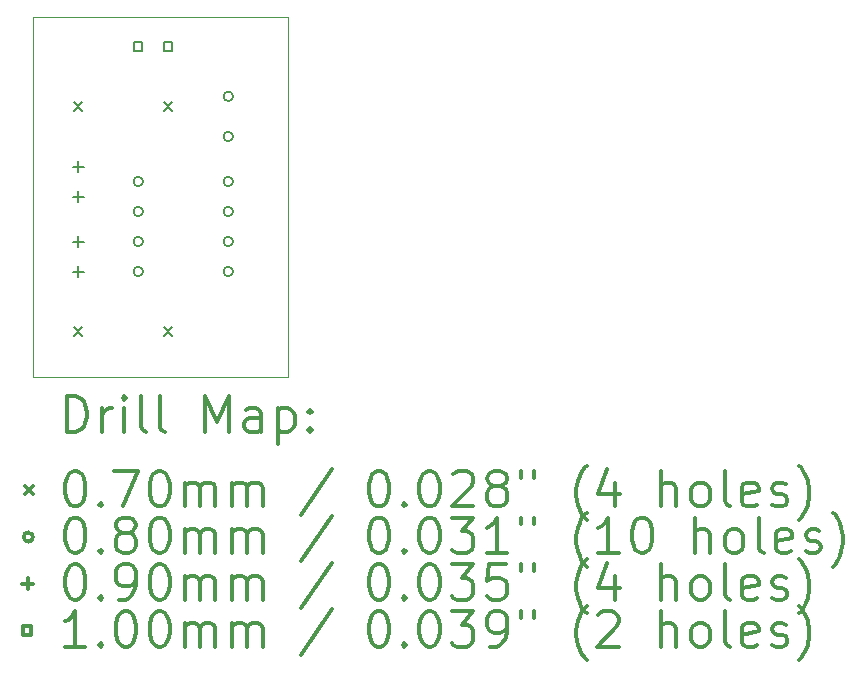
<source format=gbr>
%FSLAX45Y45*%
G04 Gerber Fmt 4.5, Leading zero omitted, Abs format (unit mm)*
G04 Created by KiCad (PCBNEW (5.1.9)-1) date 2021-03-23 22:35:51*
%MOMM*%
%LPD*%
G01*
G04 APERTURE LIST*
%TA.AperFunction,Profile*%
%ADD10C,0.050000*%
%TD*%
%ADD11C,0.200000*%
%ADD12C,0.300000*%
G04 APERTURE END LIST*
D10*
X13335000Y-5588000D02*
X11176000Y-5588000D01*
X13335000Y-8636000D02*
X13335000Y-5588000D01*
X11176000Y-8636000D02*
X13335000Y-8636000D01*
X11176000Y-5588000D02*
X11176000Y-8636000D01*
D11*
X11522000Y-6315000D02*
X11592000Y-6385000D01*
X11592000Y-6315000D02*
X11522000Y-6385000D01*
X11522000Y-8220000D02*
X11592000Y-8290000D01*
X11592000Y-8220000D02*
X11522000Y-8290000D01*
X12284000Y-6315000D02*
X12354000Y-6385000D01*
X12354000Y-6315000D02*
X12284000Y-6385000D01*
X12284000Y-8220000D02*
X12354000Y-8290000D01*
X12354000Y-8220000D02*
X12284000Y-8290000D01*
X12105000Y-6985000D02*
G75*
G03*
X12105000Y-6985000I-40000J0D01*
G01*
X12105000Y-7239000D02*
G75*
G03*
X12105000Y-7239000I-40000J0D01*
G01*
X12105000Y-7493000D02*
G75*
G03*
X12105000Y-7493000I-40000J0D01*
G01*
X12105000Y-7747000D02*
G75*
G03*
X12105000Y-7747000I-40000J0D01*
G01*
X12867000Y-6264000D02*
G75*
G03*
X12867000Y-6264000I-40000J0D01*
G01*
X12867000Y-6604000D02*
G75*
G03*
X12867000Y-6604000I-40000J0D01*
G01*
X12867000Y-6985000D02*
G75*
G03*
X12867000Y-6985000I-40000J0D01*
G01*
X12867000Y-7239000D02*
G75*
G03*
X12867000Y-7239000I-40000J0D01*
G01*
X12867000Y-7493000D02*
G75*
G03*
X12867000Y-7493000I-40000J0D01*
G01*
X12867000Y-7747000D02*
G75*
G03*
X12867000Y-7747000I-40000J0D01*
G01*
X11557000Y-6813000D02*
X11557000Y-6903000D01*
X11512000Y-6858000D02*
X11602000Y-6858000D01*
X11557000Y-7067000D02*
X11557000Y-7157000D01*
X11512000Y-7112000D02*
X11602000Y-7112000D01*
X11557000Y-7448000D02*
X11557000Y-7538000D01*
X11512000Y-7493000D02*
X11602000Y-7493000D01*
X11557000Y-7702000D02*
X11557000Y-7792000D01*
X11512000Y-7747000D02*
X11602000Y-7747000D01*
X12100356Y-5877356D02*
X12100356Y-5806644D01*
X12029644Y-5806644D01*
X12029644Y-5877356D01*
X12100356Y-5877356D01*
X12354356Y-5877356D02*
X12354356Y-5806644D01*
X12283644Y-5806644D01*
X12283644Y-5877356D01*
X12354356Y-5877356D01*
D12*
X11459928Y-9104214D02*
X11459928Y-8804214D01*
X11531357Y-8804214D01*
X11574214Y-8818500D01*
X11602786Y-8847072D01*
X11617071Y-8875643D01*
X11631357Y-8932786D01*
X11631357Y-8975643D01*
X11617071Y-9032786D01*
X11602786Y-9061357D01*
X11574214Y-9089929D01*
X11531357Y-9104214D01*
X11459928Y-9104214D01*
X11759928Y-9104214D02*
X11759928Y-8904214D01*
X11759928Y-8961357D02*
X11774214Y-8932786D01*
X11788500Y-8918500D01*
X11817071Y-8904214D01*
X11845643Y-8904214D01*
X11945643Y-9104214D02*
X11945643Y-8904214D01*
X11945643Y-8804214D02*
X11931357Y-8818500D01*
X11945643Y-8832786D01*
X11959928Y-8818500D01*
X11945643Y-8804214D01*
X11945643Y-8832786D01*
X12131357Y-9104214D02*
X12102786Y-9089929D01*
X12088500Y-9061357D01*
X12088500Y-8804214D01*
X12288500Y-9104214D02*
X12259928Y-9089929D01*
X12245643Y-9061357D01*
X12245643Y-8804214D01*
X12631357Y-9104214D02*
X12631357Y-8804214D01*
X12731357Y-9018500D01*
X12831357Y-8804214D01*
X12831357Y-9104214D01*
X13102786Y-9104214D02*
X13102786Y-8947072D01*
X13088500Y-8918500D01*
X13059928Y-8904214D01*
X13002786Y-8904214D01*
X12974214Y-8918500D01*
X13102786Y-9089929D02*
X13074214Y-9104214D01*
X13002786Y-9104214D01*
X12974214Y-9089929D01*
X12959928Y-9061357D01*
X12959928Y-9032786D01*
X12974214Y-9004214D01*
X13002786Y-8989929D01*
X13074214Y-8989929D01*
X13102786Y-8975643D01*
X13245643Y-8904214D02*
X13245643Y-9204214D01*
X13245643Y-8918500D02*
X13274214Y-8904214D01*
X13331357Y-8904214D01*
X13359928Y-8918500D01*
X13374214Y-8932786D01*
X13388500Y-8961357D01*
X13388500Y-9047072D01*
X13374214Y-9075643D01*
X13359928Y-9089929D01*
X13331357Y-9104214D01*
X13274214Y-9104214D01*
X13245643Y-9089929D01*
X13517071Y-9075643D02*
X13531357Y-9089929D01*
X13517071Y-9104214D01*
X13502786Y-9089929D01*
X13517071Y-9075643D01*
X13517071Y-9104214D01*
X13517071Y-8918500D02*
X13531357Y-8932786D01*
X13517071Y-8947072D01*
X13502786Y-8932786D01*
X13517071Y-8918500D01*
X13517071Y-8947072D01*
X11103500Y-9563500D02*
X11173500Y-9633500D01*
X11173500Y-9563500D02*
X11103500Y-9633500D01*
X11517071Y-9434214D02*
X11545643Y-9434214D01*
X11574214Y-9448500D01*
X11588500Y-9462786D01*
X11602786Y-9491357D01*
X11617071Y-9548500D01*
X11617071Y-9619929D01*
X11602786Y-9677072D01*
X11588500Y-9705643D01*
X11574214Y-9719929D01*
X11545643Y-9734214D01*
X11517071Y-9734214D01*
X11488500Y-9719929D01*
X11474214Y-9705643D01*
X11459928Y-9677072D01*
X11445643Y-9619929D01*
X11445643Y-9548500D01*
X11459928Y-9491357D01*
X11474214Y-9462786D01*
X11488500Y-9448500D01*
X11517071Y-9434214D01*
X11745643Y-9705643D02*
X11759928Y-9719929D01*
X11745643Y-9734214D01*
X11731357Y-9719929D01*
X11745643Y-9705643D01*
X11745643Y-9734214D01*
X11859928Y-9434214D02*
X12059928Y-9434214D01*
X11931357Y-9734214D01*
X12231357Y-9434214D02*
X12259928Y-9434214D01*
X12288500Y-9448500D01*
X12302786Y-9462786D01*
X12317071Y-9491357D01*
X12331357Y-9548500D01*
X12331357Y-9619929D01*
X12317071Y-9677072D01*
X12302786Y-9705643D01*
X12288500Y-9719929D01*
X12259928Y-9734214D01*
X12231357Y-9734214D01*
X12202786Y-9719929D01*
X12188500Y-9705643D01*
X12174214Y-9677072D01*
X12159928Y-9619929D01*
X12159928Y-9548500D01*
X12174214Y-9491357D01*
X12188500Y-9462786D01*
X12202786Y-9448500D01*
X12231357Y-9434214D01*
X12459928Y-9734214D02*
X12459928Y-9534214D01*
X12459928Y-9562786D02*
X12474214Y-9548500D01*
X12502786Y-9534214D01*
X12545643Y-9534214D01*
X12574214Y-9548500D01*
X12588500Y-9577072D01*
X12588500Y-9734214D01*
X12588500Y-9577072D02*
X12602786Y-9548500D01*
X12631357Y-9534214D01*
X12674214Y-9534214D01*
X12702786Y-9548500D01*
X12717071Y-9577072D01*
X12717071Y-9734214D01*
X12859928Y-9734214D02*
X12859928Y-9534214D01*
X12859928Y-9562786D02*
X12874214Y-9548500D01*
X12902786Y-9534214D01*
X12945643Y-9534214D01*
X12974214Y-9548500D01*
X12988500Y-9577072D01*
X12988500Y-9734214D01*
X12988500Y-9577072D02*
X13002786Y-9548500D01*
X13031357Y-9534214D01*
X13074214Y-9534214D01*
X13102786Y-9548500D01*
X13117071Y-9577072D01*
X13117071Y-9734214D01*
X13702786Y-9419929D02*
X13445643Y-9805643D01*
X14088500Y-9434214D02*
X14117071Y-9434214D01*
X14145643Y-9448500D01*
X14159928Y-9462786D01*
X14174214Y-9491357D01*
X14188500Y-9548500D01*
X14188500Y-9619929D01*
X14174214Y-9677072D01*
X14159928Y-9705643D01*
X14145643Y-9719929D01*
X14117071Y-9734214D01*
X14088500Y-9734214D01*
X14059928Y-9719929D01*
X14045643Y-9705643D01*
X14031357Y-9677072D01*
X14017071Y-9619929D01*
X14017071Y-9548500D01*
X14031357Y-9491357D01*
X14045643Y-9462786D01*
X14059928Y-9448500D01*
X14088500Y-9434214D01*
X14317071Y-9705643D02*
X14331357Y-9719929D01*
X14317071Y-9734214D01*
X14302786Y-9719929D01*
X14317071Y-9705643D01*
X14317071Y-9734214D01*
X14517071Y-9434214D02*
X14545643Y-9434214D01*
X14574214Y-9448500D01*
X14588500Y-9462786D01*
X14602786Y-9491357D01*
X14617071Y-9548500D01*
X14617071Y-9619929D01*
X14602786Y-9677072D01*
X14588500Y-9705643D01*
X14574214Y-9719929D01*
X14545643Y-9734214D01*
X14517071Y-9734214D01*
X14488500Y-9719929D01*
X14474214Y-9705643D01*
X14459928Y-9677072D01*
X14445643Y-9619929D01*
X14445643Y-9548500D01*
X14459928Y-9491357D01*
X14474214Y-9462786D01*
X14488500Y-9448500D01*
X14517071Y-9434214D01*
X14731357Y-9462786D02*
X14745643Y-9448500D01*
X14774214Y-9434214D01*
X14845643Y-9434214D01*
X14874214Y-9448500D01*
X14888500Y-9462786D01*
X14902786Y-9491357D01*
X14902786Y-9519929D01*
X14888500Y-9562786D01*
X14717071Y-9734214D01*
X14902786Y-9734214D01*
X15074214Y-9562786D02*
X15045643Y-9548500D01*
X15031357Y-9534214D01*
X15017071Y-9505643D01*
X15017071Y-9491357D01*
X15031357Y-9462786D01*
X15045643Y-9448500D01*
X15074214Y-9434214D01*
X15131357Y-9434214D01*
X15159928Y-9448500D01*
X15174214Y-9462786D01*
X15188500Y-9491357D01*
X15188500Y-9505643D01*
X15174214Y-9534214D01*
X15159928Y-9548500D01*
X15131357Y-9562786D01*
X15074214Y-9562786D01*
X15045643Y-9577072D01*
X15031357Y-9591357D01*
X15017071Y-9619929D01*
X15017071Y-9677072D01*
X15031357Y-9705643D01*
X15045643Y-9719929D01*
X15074214Y-9734214D01*
X15131357Y-9734214D01*
X15159928Y-9719929D01*
X15174214Y-9705643D01*
X15188500Y-9677072D01*
X15188500Y-9619929D01*
X15174214Y-9591357D01*
X15159928Y-9577072D01*
X15131357Y-9562786D01*
X15302786Y-9434214D02*
X15302786Y-9491357D01*
X15417071Y-9434214D02*
X15417071Y-9491357D01*
X15859928Y-9848500D02*
X15845643Y-9834214D01*
X15817071Y-9791357D01*
X15802786Y-9762786D01*
X15788500Y-9719929D01*
X15774214Y-9648500D01*
X15774214Y-9591357D01*
X15788500Y-9519929D01*
X15802786Y-9477072D01*
X15817071Y-9448500D01*
X15845643Y-9405643D01*
X15859928Y-9391357D01*
X16102786Y-9534214D02*
X16102786Y-9734214D01*
X16031357Y-9419929D02*
X15959928Y-9634214D01*
X16145643Y-9634214D01*
X16488500Y-9734214D02*
X16488500Y-9434214D01*
X16617071Y-9734214D02*
X16617071Y-9577072D01*
X16602786Y-9548500D01*
X16574214Y-9534214D01*
X16531357Y-9534214D01*
X16502786Y-9548500D01*
X16488500Y-9562786D01*
X16802786Y-9734214D02*
X16774214Y-9719929D01*
X16759928Y-9705643D01*
X16745643Y-9677072D01*
X16745643Y-9591357D01*
X16759928Y-9562786D01*
X16774214Y-9548500D01*
X16802786Y-9534214D01*
X16845643Y-9534214D01*
X16874214Y-9548500D01*
X16888500Y-9562786D01*
X16902786Y-9591357D01*
X16902786Y-9677072D01*
X16888500Y-9705643D01*
X16874214Y-9719929D01*
X16845643Y-9734214D01*
X16802786Y-9734214D01*
X17074214Y-9734214D02*
X17045643Y-9719929D01*
X17031357Y-9691357D01*
X17031357Y-9434214D01*
X17302786Y-9719929D02*
X17274214Y-9734214D01*
X17217071Y-9734214D01*
X17188500Y-9719929D01*
X17174214Y-9691357D01*
X17174214Y-9577072D01*
X17188500Y-9548500D01*
X17217071Y-9534214D01*
X17274214Y-9534214D01*
X17302786Y-9548500D01*
X17317071Y-9577072D01*
X17317071Y-9605643D01*
X17174214Y-9634214D01*
X17431357Y-9719929D02*
X17459928Y-9734214D01*
X17517071Y-9734214D01*
X17545643Y-9719929D01*
X17559928Y-9691357D01*
X17559928Y-9677072D01*
X17545643Y-9648500D01*
X17517071Y-9634214D01*
X17474214Y-9634214D01*
X17445643Y-9619929D01*
X17431357Y-9591357D01*
X17431357Y-9577072D01*
X17445643Y-9548500D01*
X17474214Y-9534214D01*
X17517071Y-9534214D01*
X17545643Y-9548500D01*
X17659928Y-9848500D02*
X17674214Y-9834214D01*
X17702786Y-9791357D01*
X17717071Y-9762786D01*
X17731357Y-9719929D01*
X17745643Y-9648500D01*
X17745643Y-9591357D01*
X17731357Y-9519929D01*
X17717071Y-9477072D01*
X17702786Y-9448500D01*
X17674214Y-9405643D01*
X17659928Y-9391357D01*
X11173500Y-9994500D02*
G75*
G03*
X11173500Y-9994500I-40000J0D01*
G01*
X11517071Y-9830214D02*
X11545643Y-9830214D01*
X11574214Y-9844500D01*
X11588500Y-9858786D01*
X11602786Y-9887357D01*
X11617071Y-9944500D01*
X11617071Y-10015929D01*
X11602786Y-10073072D01*
X11588500Y-10101643D01*
X11574214Y-10115929D01*
X11545643Y-10130214D01*
X11517071Y-10130214D01*
X11488500Y-10115929D01*
X11474214Y-10101643D01*
X11459928Y-10073072D01*
X11445643Y-10015929D01*
X11445643Y-9944500D01*
X11459928Y-9887357D01*
X11474214Y-9858786D01*
X11488500Y-9844500D01*
X11517071Y-9830214D01*
X11745643Y-10101643D02*
X11759928Y-10115929D01*
X11745643Y-10130214D01*
X11731357Y-10115929D01*
X11745643Y-10101643D01*
X11745643Y-10130214D01*
X11931357Y-9958786D02*
X11902786Y-9944500D01*
X11888500Y-9930214D01*
X11874214Y-9901643D01*
X11874214Y-9887357D01*
X11888500Y-9858786D01*
X11902786Y-9844500D01*
X11931357Y-9830214D01*
X11988500Y-9830214D01*
X12017071Y-9844500D01*
X12031357Y-9858786D01*
X12045643Y-9887357D01*
X12045643Y-9901643D01*
X12031357Y-9930214D01*
X12017071Y-9944500D01*
X11988500Y-9958786D01*
X11931357Y-9958786D01*
X11902786Y-9973072D01*
X11888500Y-9987357D01*
X11874214Y-10015929D01*
X11874214Y-10073072D01*
X11888500Y-10101643D01*
X11902786Y-10115929D01*
X11931357Y-10130214D01*
X11988500Y-10130214D01*
X12017071Y-10115929D01*
X12031357Y-10101643D01*
X12045643Y-10073072D01*
X12045643Y-10015929D01*
X12031357Y-9987357D01*
X12017071Y-9973072D01*
X11988500Y-9958786D01*
X12231357Y-9830214D02*
X12259928Y-9830214D01*
X12288500Y-9844500D01*
X12302786Y-9858786D01*
X12317071Y-9887357D01*
X12331357Y-9944500D01*
X12331357Y-10015929D01*
X12317071Y-10073072D01*
X12302786Y-10101643D01*
X12288500Y-10115929D01*
X12259928Y-10130214D01*
X12231357Y-10130214D01*
X12202786Y-10115929D01*
X12188500Y-10101643D01*
X12174214Y-10073072D01*
X12159928Y-10015929D01*
X12159928Y-9944500D01*
X12174214Y-9887357D01*
X12188500Y-9858786D01*
X12202786Y-9844500D01*
X12231357Y-9830214D01*
X12459928Y-10130214D02*
X12459928Y-9930214D01*
X12459928Y-9958786D02*
X12474214Y-9944500D01*
X12502786Y-9930214D01*
X12545643Y-9930214D01*
X12574214Y-9944500D01*
X12588500Y-9973072D01*
X12588500Y-10130214D01*
X12588500Y-9973072D02*
X12602786Y-9944500D01*
X12631357Y-9930214D01*
X12674214Y-9930214D01*
X12702786Y-9944500D01*
X12717071Y-9973072D01*
X12717071Y-10130214D01*
X12859928Y-10130214D02*
X12859928Y-9930214D01*
X12859928Y-9958786D02*
X12874214Y-9944500D01*
X12902786Y-9930214D01*
X12945643Y-9930214D01*
X12974214Y-9944500D01*
X12988500Y-9973072D01*
X12988500Y-10130214D01*
X12988500Y-9973072D02*
X13002786Y-9944500D01*
X13031357Y-9930214D01*
X13074214Y-9930214D01*
X13102786Y-9944500D01*
X13117071Y-9973072D01*
X13117071Y-10130214D01*
X13702786Y-9815929D02*
X13445643Y-10201643D01*
X14088500Y-9830214D02*
X14117071Y-9830214D01*
X14145643Y-9844500D01*
X14159928Y-9858786D01*
X14174214Y-9887357D01*
X14188500Y-9944500D01*
X14188500Y-10015929D01*
X14174214Y-10073072D01*
X14159928Y-10101643D01*
X14145643Y-10115929D01*
X14117071Y-10130214D01*
X14088500Y-10130214D01*
X14059928Y-10115929D01*
X14045643Y-10101643D01*
X14031357Y-10073072D01*
X14017071Y-10015929D01*
X14017071Y-9944500D01*
X14031357Y-9887357D01*
X14045643Y-9858786D01*
X14059928Y-9844500D01*
X14088500Y-9830214D01*
X14317071Y-10101643D02*
X14331357Y-10115929D01*
X14317071Y-10130214D01*
X14302786Y-10115929D01*
X14317071Y-10101643D01*
X14317071Y-10130214D01*
X14517071Y-9830214D02*
X14545643Y-9830214D01*
X14574214Y-9844500D01*
X14588500Y-9858786D01*
X14602786Y-9887357D01*
X14617071Y-9944500D01*
X14617071Y-10015929D01*
X14602786Y-10073072D01*
X14588500Y-10101643D01*
X14574214Y-10115929D01*
X14545643Y-10130214D01*
X14517071Y-10130214D01*
X14488500Y-10115929D01*
X14474214Y-10101643D01*
X14459928Y-10073072D01*
X14445643Y-10015929D01*
X14445643Y-9944500D01*
X14459928Y-9887357D01*
X14474214Y-9858786D01*
X14488500Y-9844500D01*
X14517071Y-9830214D01*
X14717071Y-9830214D02*
X14902786Y-9830214D01*
X14802786Y-9944500D01*
X14845643Y-9944500D01*
X14874214Y-9958786D01*
X14888500Y-9973072D01*
X14902786Y-10001643D01*
X14902786Y-10073072D01*
X14888500Y-10101643D01*
X14874214Y-10115929D01*
X14845643Y-10130214D01*
X14759928Y-10130214D01*
X14731357Y-10115929D01*
X14717071Y-10101643D01*
X15188500Y-10130214D02*
X15017071Y-10130214D01*
X15102786Y-10130214D02*
X15102786Y-9830214D01*
X15074214Y-9873072D01*
X15045643Y-9901643D01*
X15017071Y-9915929D01*
X15302786Y-9830214D02*
X15302786Y-9887357D01*
X15417071Y-9830214D02*
X15417071Y-9887357D01*
X15859928Y-10244500D02*
X15845643Y-10230214D01*
X15817071Y-10187357D01*
X15802786Y-10158786D01*
X15788500Y-10115929D01*
X15774214Y-10044500D01*
X15774214Y-9987357D01*
X15788500Y-9915929D01*
X15802786Y-9873072D01*
X15817071Y-9844500D01*
X15845643Y-9801643D01*
X15859928Y-9787357D01*
X16131357Y-10130214D02*
X15959928Y-10130214D01*
X16045643Y-10130214D02*
X16045643Y-9830214D01*
X16017071Y-9873072D01*
X15988500Y-9901643D01*
X15959928Y-9915929D01*
X16317071Y-9830214D02*
X16345643Y-9830214D01*
X16374214Y-9844500D01*
X16388500Y-9858786D01*
X16402786Y-9887357D01*
X16417071Y-9944500D01*
X16417071Y-10015929D01*
X16402786Y-10073072D01*
X16388500Y-10101643D01*
X16374214Y-10115929D01*
X16345643Y-10130214D01*
X16317071Y-10130214D01*
X16288500Y-10115929D01*
X16274214Y-10101643D01*
X16259928Y-10073072D01*
X16245643Y-10015929D01*
X16245643Y-9944500D01*
X16259928Y-9887357D01*
X16274214Y-9858786D01*
X16288500Y-9844500D01*
X16317071Y-9830214D01*
X16774214Y-10130214D02*
X16774214Y-9830214D01*
X16902786Y-10130214D02*
X16902786Y-9973072D01*
X16888500Y-9944500D01*
X16859928Y-9930214D01*
X16817071Y-9930214D01*
X16788500Y-9944500D01*
X16774214Y-9958786D01*
X17088500Y-10130214D02*
X17059928Y-10115929D01*
X17045643Y-10101643D01*
X17031357Y-10073072D01*
X17031357Y-9987357D01*
X17045643Y-9958786D01*
X17059928Y-9944500D01*
X17088500Y-9930214D01*
X17131357Y-9930214D01*
X17159928Y-9944500D01*
X17174214Y-9958786D01*
X17188500Y-9987357D01*
X17188500Y-10073072D01*
X17174214Y-10101643D01*
X17159928Y-10115929D01*
X17131357Y-10130214D01*
X17088500Y-10130214D01*
X17359928Y-10130214D02*
X17331357Y-10115929D01*
X17317071Y-10087357D01*
X17317071Y-9830214D01*
X17588500Y-10115929D02*
X17559928Y-10130214D01*
X17502786Y-10130214D01*
X17474214Y-10115929D01*
X17459928Y-10087357D01*
X17459928Y-9973072D01*
X17474214Y-9944500D01*
X17502786Y-9930214D01*
X17559928Y-9930214D01*
X17588500Y-9944500D01*
X17602786Y-9973072D01*
X17602786Y-10001643D01*
X17459928Y-10030214D01*
X17717071Y-10115929D02*
X17745643Y-10130214D01*
X17802786Y-10130214D01*
X17831357Y-10115929D01*
X17845643Y-10087357D01*
X17845643Y-10073072D01*
X17831357Y-10044500D01*
X17802786Y-10030214D01*
X17759928Y-10030214D01*
X17731357Y-10015929D01*
X17717071Y-9987357D01*
X17717071Y-9973072D01*
X17731357Y-9944500D01*
X17759928Y-9930214D01*
X17802786Y-9930214D01*
X17831357Y-9944500D01*
X17945643Y-10244500D02*
X17959928Y-10230214D01*
X17988500Y-10187357D01*
X18002786Y-10158786D01*
X18017071Y-10115929D01*
X18031357Y-10044500D01*
X18031357Y-9987357D01*
X18017071Y-9915929D01*
X18002786Y-9873072D01*
X17988500Y-9844500D01*
X17959928Y-9801643D01*
X17945643Y-9787357D01*
X11128500Y-10345500D02*
X11128500Y-10435500D01*
X11083500Y-10390500D02*
X11173500Y-10390500D01*
X11517071Y-10226214D02*
X11545643Y-10226214D01*
X11574214Y-10240500D01*
X11588500Y-10254786D01*
X11602786Y-10283357D01*
X11617071Y-10340500D01*
X11617071Y-10411929D01*
X11602786Y-10469072D01*
X11588500Y-10497643D01*
X11574214Y-10511929D01*
X11545643Y-10526214D01*
X11517071Y-10526214D01*
X11488500Y-10511929D01*
X11474214Y-10497643D01*
X11459928Y-10469072D01*
X11445643Y-10411929D01*
X11445643Y-10340500D01*
X11459928Y-10283357D01*
X11474214Y-10254786D01*
X11488500Y-10240500D01*
X11517071Y-10226214D01*
X11745643Y-10497643D02*
X11759928Y-10511929D01*
X11745643Y-10526214D01*
X11731357Y-10511929D01*
X11745643Y-10497643D01*
X11745643Y-10526214D01*
X11902786Y-10526214D02*
X11959928Y-10526214D01*
X11988500Y-10511929D01*
X12002786Y-10497643D01*
X12031357Y-10454786D01*
X12045643Y-10397643D01*
X12045643Y-10283357D01*
X12031357Y-10254786D01*
X12017071Y-10240500D01*
X11988500Y-10226214D01*
X11931357Y-10226214D01*
X11902786Y-10240500D01*
X11888500Y-10254786D01*
X11874214Y-10283357D01*
X11874214Y-10354786D01*
X11888500Y-10383357D01*
X11902786Y-10397643D01*
X11931357Y-10411929D01*
X11988500Y-10411929D01*
X12017071Y-10397643D01*
X12031357Y-10383357D01*
X12045643Y-10354786D01*
X12231357Y-10226214D02*
X12259928Y-10226214D01*
X12288500Y-10240500D01*
X12302786Y-10254786D01*
X12317071Y-10283357D01*
X12331357Y-10340500D01*
X12331357Y-10411929D01*
X12317071Y-10469072D01*
X12302786Y-10497643D01*
X12288500Y-10511929D01*
X12259928Y-10526214D01*
X12231357Y-10526214D01*
X12202786Y-10511929D01*
X12188500Y-10497643D01*
X12174214Y-10469072D01*
X12159928Y-10411929D01*
X12159928Y-10340500D01*
X12174214Y-10283357D01*
X12188500Y-10254786D01*
X12202786Y-10240500D01*
X12231357Y-10226214D01*
X12459928Y-10526214D02*
X12459928Y-10326214D01*
X12459928Y-10354786D02*
X12474214Y-10340500D01*
X12502786Y-10326214D01*
X12545643Y-10326214D01*
X12574214Y-10340500D01*
X12588500Y-10369072D01*
X12588500Y-10526214D01*
X12588500Y-10369072D02*
X12602786Y-10340500D01*
X12631357Y-10326214D01*
X12674214Y-10326214D01*
X12702786Y-10340500D01*
X12717071Y-10369072D01*
X12717071Y-10526214D01*
X12859928Y-10526214D02*
X12859928Y-10326214D01*
X12859928Y-10354786D02*
X12874214Y-10340500D01*
X12902786Y-10326214D01*
X12945643Y-10326214D01*
X12974214Y-10340500D01*
X12988500Y-10369072D01*
X12988500Y-10526214D01*
X12988500Y-10369072D02*
X13002786Y-10340500D01*
X13031357Y-10326214D01*
X13074214Y-10326214D01*
X13102786Y-10340500D01*
X13117071Y-10369072D01*
X13117071Y-10526214D01*
X13702786Y-10211929D02*
X13445643Y-10597643D01*
X14088500Y-10226214D02*
X14117071Y-10226214D01*
X14145643Y-10240500D01*
X14159928Y-10254786D01*
X14174214Y-10283357D01*
X14188500Y-10340500D01*
X14188500Y-10411929D01*
X14174214Y-10469072D01*
X14159928Y-10497643D01*
X14145643Y-10511929D01*
X14117071Y-10526214D01*
X14088500Y-10526214D01*
X14059928Y-10511929D01*
X14045643Y-10497643D01*
X14031357Y-10469072D01*
X14017071Y-10411929D01*
X14017071Y-10340500D01*
X14031357Y-10283357D01*
X14045643Y-10254786D01*
X14059928Y-10240500D01*
X14088500Y-10226214D01*
X14317071Y-10497643D02*
X14331357Y-10511929D01*
X14317071Y-10526214D01*
X14302786Y-10511929D01*
X14317071Y-10497643D01*
X14317071Y-10526214D01*
X14517071Y-10226214D02*
X14545643Y-10226214D01*
X14574214Y-10240500D01*
X14588500Y-10254786D01*
X14602786Y-10283357D01*
X14617071Y-10340500D01*
X14617071Y-10411929D01*
X14602786Y-10469072D01*
X14588500Y-10497643D01*
X14574214Y-10511929D01*
X14545643Y-10526214D01*
X14517071Y-10526214D01*
X14488500Y-10511929D01*
X14474214Y-10497643D01*
X14459928Y-10469072D01*
X14445643Y-10411929D01*
X14445643Y-10340500D01*
X14459928Y-10283357D01*
X14474214Y-10254786D01*
X14488500Y-10240500D01*
X14517071Y-10226214D01*
X14717071Y-10226214D02*
X14902786Y-10226214D01*
X14802786Y-10340500D01*
X14845643Y-10340500D01*
X14874214Y-10354786D01*
X14888500Y-10369072D01*
X14902786Y-10397643D01*
X14902786Y-10469072D01*
X14888500Y-10497643D01*
X14874214Y-10511929D01*
X14845643Y-10526214D01*
X14759928Y-10526214D01*
X14731357Y-10511929D01*
X14717071Y-10497643D01*
X15174214Y-10226214D02*
X15031357Y-10226214D01*
X15017071Y-10369072D01*
X15031357Y-10354786D01*
X15059928Y-10340500D01*
X15131357Y-10340500D01*
X15159928Y-10354786D01*
X15174214Y-10369072D01*
X15188500Y-10397643D01*
X15188500Y-10469072D01*
X15174214Y-10497643D01*
X15159928Y-10511929D01*
X15131357Y-10526214D01*
X15059928Y-10526214D01*
X15031357Y-10511929D01*
X15017071Y-10497643D01*
X15302786Y-10226214D02*
X15302786Y-10283357D01*
X15417071Y-10226214D02*
X15417071Y-10283357D01*
X15859928Y-10640500D02*
X15845643Y-10626214D01*
X15817071Y-10583357D01*
X15802786Y-10554786D01*
X15788500Y-10511929D01*
X15774214Y-10440500D01*
X15774214Y-10383357D01*
X15788500Y-10311929D01*
X15802786Y-10269072D01*
X15817071Y-10240500D01*
X15845643Y-10197643D01*
X15859928Y-10183357D01*
X16102786Y-10326214D02*
X16102786Y-10526214D01*
X16031357Y-10211929D02*
X15959928Y-10426214D01*
X16145643Y-10426214D01*
X16488500Y-10526214D02*
X16488500Y-10226214D01*
X16617071Y-10526214D02*
X16617071Y-10369072D01*
X16602786Y-10340500D01*
X16574214Y-10326214D01*
X16531357Y-10326214D01*
X16502786Y-10340500D01*
X16488500Y-10354786D01*
X16802786Y-10526214D02*
X16774214Y-10511929D01*
X16759928Y-10497643D01*
X16745643Y-10469072D01*
X16745643Y-10383357D01*
X16759928Y-10354786D01*
X16774214Y-10340500D01*
X16802786Y-10326214D01*
X16845643Y-10326214D01*
X16874214Y-10340500D01*
X16888500Y-10354786D01*
X16902786Y-10383357D01*
X16902786Y-10469072D01*
X16888500Y-10497643D01*
X16874214Y-10511929D01*
X16845643Y-10526214D01*
X16802786Y-10526214D01*
X17074214Y-10526214D02*
X17045643Y-10511929D01*
X17031357Y-10483357D01*
X17031357Y-10226214D01*
X17302786Y-10511929D02*
X17274214Y-10526214D01*
X17217071Y-10526214D01*
X17188500Y-10511929D01*
X17174214Y-10483357D01*
X17174214Y-10369072D01*
X17188500Y-10340500D01*
X17217071Y-10326214D01*
X17274214Y-10326214D01*
X17302786Y-10340500D01*
X17317071Y-10369072D01*
X17317071Y-10397643D01*
X17174214Y-10426214D01*
X17431357Y-10511929D02*
X17459928Y-10526214D01*
X17517071Y-10526214D01*
X17545643Y-10511929D01*
X17559928Y-10483357D01*
X17559928Y-10469072D01*
X17545643Y-10440500D01*
X17517071Y-10426214D01*
X17474214Y-10426214D01*
X17445643Y-10411929D01*
X17431357Y-10383357D01*
X17431357Y-10369072D01*
X17445643Y-10340500D01*
X17474214Y-10326214D01*
X17517071Y-10326214D01*
X17545643Y-10340500D01*
X17659928Y-10640500D02*
X17674214Y-10626214D01*
X17702786Y-10583357D01*
X17717071Y-10554786D01*
X17731357Y-10511929D01*
X17745643Y-10440500D01*
X17745643Y-10383357D01*
X17731357Y-10311929D01*
X17717071Y-10269072D01*
X17702786Y-10240500D01*
X17674214Y-10197643D01*
X17659928Y-10183357D01*
X11158856Y-10821856D02*
X11158856Y-10751144D01*
X11088144Y-10751144D01*
X11088144Y-10821856D01*
X11158856Y-10821856D01*
X11617071Y-10922214D02*
X11445643Y-10922214D01*
X11531357Y-10922214D02*
X11531357Y-10622214D01*
X11502786Y-10665072D01*
X11474214Y-10693643D01*
X11445643Y-10707929D01*
X11745643Y-10893643D02*
X11759928Y-10907929D01*
X11745643Y-10922214D01*
X11731357Y-10907929D01*
X11745643Y-10893643D01*
X11745643Y-10922214D01*
X11945643Y-10622214D02*
X11974214Y-10622214D01*
X12002786Y-10636500D01*
X12017071Y-10650786D01*
X12031357Y-10679357D01*
X12045643Y-10736500D01*
X12045643Y-10807929D01*
X12031357Y-10865072D01*
X12017071Y-10893643D01*
X12002786Y-10907929D01*
X11974214Y-10922214D01*
X11945643Y-10922214D01*
X11917071Y-10907929D01*
X11902786Y-10893643D01*
X11888500Y-10865072D01*
X11874214Y-10807929D01*
X11874214Y-10736500D01*
X11888500Y-10679357D01*
X11902786Y-10650786D01*
X11917071Y-10636500D01*
X11945643Y-10622214D01*
X12231357Y-10622214D02*
X12259928Y-10622214D01*
X12288500Y-10636500D01*
X12302786Y-10650786D01*
X12317071Y-10679357D01*
X12331357Y-10736500D01*
X12331357Y-10807929D01*
X12317071Y-10865072D01*
X12302786Y-10893643D01*
X12288500Y-10907929D01*
X12259928Y-10922214D01*
X12231357Y-10922214D01*
X12202786Y-10907929D01*
X12188500Y-10893643D01*
X12174214Y-10865072D01*
X12159928Y-10807929D01*
X12159928Y-10736500D01*
X12174214Y-10679357D01*
X12188500Y-10650786D01*
X12202786Y-10636500D01*
X12231357Y-10622214D01*
X12459928Y-10922214D02*
X12459928Y-10722214D01*
X12459928Y-10750786D02*
X12474214Y-10736500D01*
X12502786Y-10722214D01*
X12545643Y-10722214D01*
X12574214Y-10736500D01*
X12588500Y-10765072D01*
X12588500Y-10922214D01*
X12588500Y-10765072D02*
X12602786Y-10736500D01*
X12631357Y-10722214D01*
X12674214Y-10722214D01*
X12702786Y-10736500D01*
X12717071Y-10765072D01*
X12717071Y-10922214D01*
X12859928Y-10922214D02*
X12859928Y-10722214D01*
X12859928Y-10750786D02*
X12874214Y-10736500D01*
X12902786Y-10722214D01*
X12945643Y-10722214D01*
X12974214Y-10736500D01*
X12988500Y-10765072D01*
X12988500Y-10922214D01*
X12988500Y-10765072D02*
X13002786Y-10736500D01*
X13031357Y-10722214D01*
X13074214Y-10722214D01*
X13102786Y-10736500D01*
X13117071Y-10765072D01*
X13117071Y-10922214D01*
X13702786Y-10607929D02*
X13445643Y-10993643D01*
X14088500Y-10622214D02*
X14117071Y-10622214D01*
X14145643Y-10636500D01*
X14159928Y-10650786D01*
X14174214Y-10679357D01*
X14188500Y-10736500D01*
X14188500Y-10807929D01*
X14174214Y-10865072D01*
X14159928Y-10893643D01*
X14145643Y-10907929D01*
X14117071Y-10922214D01*
X14088500Y-10922214D01*
X14059928Y-10907929D01*
X14045643Y-10893643D01*
X14031357Y-10865072D01*
X14017071Y-10807929D01*
X14017071Y-10736500D01*
X14031357Y-10679357D01*
X14045643Y-10650786D01*
X14059928Y-10636500D01*
X14088500Y-10622214D01*
X14317071Y-10893643D02*
X14331357Y-10907929D01*
X14317071Y-10922214D01*
X14302786Y-10907929D01*
X14317071Y-10893643D01*
X14317071Y-10922214D01*
X14517071Y-10622214D02*
X14545643Y-10622214D01*
X14574214Y-10636500D01*
X14588500Y-10650786D01*
X14602786Y-10679357D01*
X14617071Y-10736500D01*
X14617071Y-10807929D01*
X14602786Y-10865072D01*
X14588500Y-10893643D01*
X14574214Y-10907929D01*
X14545643Y-10922214D01*
X14517071Y-10922214D01*
X14488500Y-10907929D01*
X14474214Y-10893643D01*
X14459928Y-10865072D01*
X14445643Y-10807929D01*
X14445643Y-10736500D01*
X14459928Y-10679357D01*
X14474214Y-10650786D01*
X14488500Y-10636500D01*
X14517071Y-10622214D01*
X14717071Y-10622214D02*
X14902786Y-10622214D01*
X14802786Y-10736500D01*
X14845643Y-10736500D01*
X14874214Y-10750786D01*
X14888500Y-10765072D01*
X14902786Y-10793643D01*
X14902786Y-10865072D01*
X14888500Y-10893643D01*
X14874214Y-10907929D01*
X14845643Y-10922214D01*
X14759928Y-10922214D01*
X14731357Y-10907929D01*
X14717071Y-10893643D01*
X15045643Y-10922214D02*
X15102786Y-10922214D01*
X15131357Y-10907929D01*
X15145643Y-10893643D01*
X15174214Y-10850786D01*
X15188500Y-10793643D01*
X15188500Y-10679357D01*
X15174214Y-10650786D01*
X15159928Y-10636500D01*
X15131357Y-10622214D01*
X15074214Y-10622214D01*
X15045643Y-10636500D01*
X15031357Y-10650786D01*
X15017071Y-10679357D01*
X15017071Y-10750786D01*
X15031357Y-10779357D01*
X15045643Y-10793643D01*
X15074214Y-10807929D01*
X15131357Y-10807929D01*
X15159928Y-10793643D01*
X15174214Y-10779357D01*
X15188500Y-10750786D01*
X15302786Y-10622214D02*
X15302786Y-10679357D01*
X15417071Y-10622214D02*
X15417071Y-10679357D01*
X15859928Y-11036500D02*
X15845643Y-11022214D01*
X15817071Y-10979357D01*
X15802786Y-10950786D01*
X15788500Y-10907929D01*
X15774214Y-10836500D01*
X15774214Y-10779357D01*
X15788500Y-10707929D01*
X15802786Y-10665072D01*
X15817071Y-10636500D01*
X15845643Y-10593643D01*
X15859928Y-10579357D01*
X15959928Y-10650786D02*
X15974214Y-10636500D01*
X16002786Y-10622214D01*
X16074214Y-10622214D01*
X16102786Y-10636500D01*
X16117071Y-10650786D01*
X16131357Y-10679357D01*
X16131357Y-10707929D01*
X16117071Y-10750786D01*
X15945643Y-10922214D01*
X16131357Y-10922214D01*
X16488500Y-10922214D02*
X16488500Y-10622214D01*
X16617071Y-10922214D02*
X16617071Y-10765072D01*
X16602786Y-10736500D01*
X16574214Y-10722214D01*
X16531357Y-10722214D01*
X16502786Y-10736500D01*
X16488500Y-10750786D01*
X16802786Y-10922214D02*
X16774214Y-10907929D01*
X16759928Y-10893643D01*
X16745643Y-10865072D01*
X16745643Y-10779357D01*
X16759928Y-10750786D01*
X16774214Y-10736500D01*
X16802786Y-10722214D01*
X16845643Y-10722214D01*
X16874214Y-10736500D01*
X16888500Y-10750786D01*
X16902786Y-10779357D01*
X16902786Y-10865072D01*
X16888500Y-10893643D01*
X16874214Y-10907929D01*
X16845643Y-10922214D01*
X16802786Y-10922214D01*
X17074214Y-10922214D02*
X17045643Y-10907929D01*
X17031357Y-10879357D01*
X17031357Y-10622214D01*
X17302786Y-10907929D02*
X17274214Y-10922214D01*
X17217071Y-10922214D01*
X17188500Y-10907929D01*
X17174214Y-10879357D01*
X17174214Y-10765072D01*
X17188500Y-10736500D01*
X17217071Y-10722214D01*
X17274214Y-10722214D01*
X17302786Y-10736500D01*
X17317071Y-10765072D01*
X17317071Y-10793643D01*
X17174214Y-10822214D01*
X17431357Y-10907929D02*
X17459928Y-10922214D01*
X17517071Y-10922214D01*
X17545643Y-10907929D01*
X17559928Y-10879357D01*
X17559928Y-10865072D01*
X17545643Y-10836500D01*
X17517071Y-10822214D01*
X17474214Y-10822214D01*
X17445643Y-10807929D01*
X17431357Y-10779357D01*
X17431357Y-10765072D01*
X17445643Y-10736500D01*
X17474214Y-10722214D01*
X17517071Y-10722214D01*
X17545643Y-10736500D01*
X17659928Y-11036500D02*
X17674214Y-11022214D01*
X17702786Y-10979357D01*
X17717071Y-10950786D01*
X17731357Y-10907929D01*
X17745643Y-10836500D01*
X17745643Y-10779357D01*
X17731357Y-10707929D01*
X17717071Y-10665072D01*
X17702786Y-10636500D01*
X17674214Y-10593643D01*
X17659928Y-10579357D01*
M02*

</source>
